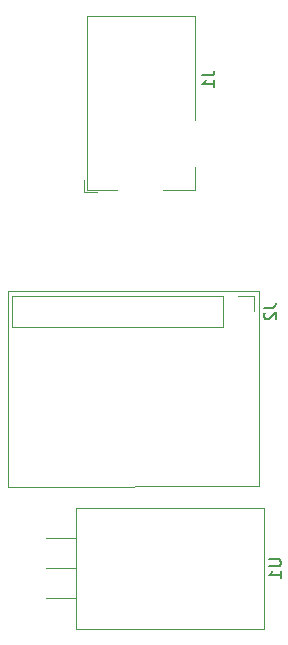
<source format=gbr>
%TF.GenerationSoftware,KiCad,Pcbnew,(5.1.6)-1*%
%TF.CreationDate,2020-11-18T20:34:03+02:00*%
%TF.ProjectId,Gesture-Control-PCB,47657374-7572-4652-9d43-6f6e74726f6c,rev?*%
%TF.SameCoordinates,Original*%
%TF.FileFunction,Legend,Bot*%
%TF.FilePolarity,Positive*%
%FSLAX46Y46*%
G04 Gerber Fmt 4.6, Leading zero omitted, Abs format (unit mm)*
G04 Created by KiCad (PCBNEW (5.1.6)-1) date 2020-11-18 20:34:03*
%MOMM*%
%LPD*%
G01*
G04 APERTURE LIST*
%ADD10C,0.120000*%
%ADD11C,0.150000*%
G04 APERTURE END LIST*
D10*
X111000000Y-91500000D02*
X89700000Y-91500000D01*
X111000000Y-108000000D02*
X111000000Y-91500000D01*
X89700000Y-108100000D02*
X111000000Y-108000000D01*
X89700000Y-91500000D02*
X89700000Y-108100000D01*
%TO.C,U1*%
X95490000Y-120080000D02*
X95490000Y-109840000D01*
X111380000Y-120080000D02*
X111380000Y-109840000D01*
X111380000Y-120080000D02*
X95490000Y-120080000D01*
X111380000Y-109840000D02*
X95490000Y-109840000D01*
X95490000Y-117500000D02*
X92950000Y-117500000D01*
X95490000Y-114960000D02*
X92950000Y-114960000D01*
X95490000Y-112420000D02*
X92950000Y-112420000D01*
%TO.C,J1*%
X96400000Y-82900000D02*
X99000000Y-82900000D01*
X96400000Y-68200000D02*
X96400000Y-82900000D01*
X105600000Y-82900000D02*
X105600000Y-81000000D01*
X102900000Y-82900000D02*
X105600000Y-82900000D01*
X105600000Y-68200000D02*
X96400000Y-68200000D01*
X105600000Y-77000000D02*
X105600000Y-68200000D01*
X96200000Y-82050000D02*
X96200000Y-83100000D01*
X97250000Y-83100000D02*
X96200000Y-83100000D01*
%TO.C,J2*%
X107930000Y-94530000D02*
X107930000Y-91870000D01*
X107930000Y-94530000D02*
X90090000Y-94530000D01*
X90090000Y-94530000D02*
X90090000Y-91870000D01*
X107930000Y-91870000D02*
X90090000Y-91870000D01*
X110530000Y-91870000D02*
X109200000Y-91870000D01*
X110530000Y-93200000D02*
X110530000Y-91870000D01*
%TO.C,U1*%
D11*
X111832380Y-114198095D02*
X112641904Y-114198095D01*
X112737142Y-114245714D01*
X112784761Y-114293333D01*
X112832380Y-114388571D01*
X112832380Y-114579047D01*
X112784761Y-114674285D01*
X112737142Y-114721904D01*
X112641904Y-114769523D01*
X111832380Y-114769523D01*
X112832380Y-115769523D02*
X112832380Y-115198095D01*
X112832380Y-115483809D02*
X111832380Y-115483809D01*
X111975238Y-115388571D01*
X112070476Y-115293333D01*
X112118095Y-115198095D01*
%TO.C,J1*%
X106202380Y-73216666D02*
X106916666Y-73216666D01*
X107059523Y-73169047D01*
X107154761Y-73073809D01*
X107202380Y-72930952D01*
X107202380Y-72835714D01*
X107202380Y-74216666D02*
X107202380Y-73645238D01*
X107202380Y-73930952D02*
X106202380Y-73930952D01*
X106345238Y-73835714D01*
X106440476Y-73740476D01*
X106488095Y-73645238D01*
%TO.C,J2*%
X111422380Y-92866666D02*
X112136666Y-92866666D01*
X112279523Y-92819047D01*
X112374761Y-92723809D01*
X112422380Y-92580952D01*
X112422380Y-92485714D01*
X111517619Y-93295238D02*
X111470000Y-93342857D01*
X111422380Y-93438095D01*
X111422380Y-93676190D01*
X111470000Y-93771428D01*
X111517619Y-93819047D01*
X111612857Y-93866666D01*
X111708095Y-93866666D01*
X111850952Y-93819047D01*
X112422380Y-93247619D01*
X112422380Y-93866666D01*
%TD*%
M02*

</source>
